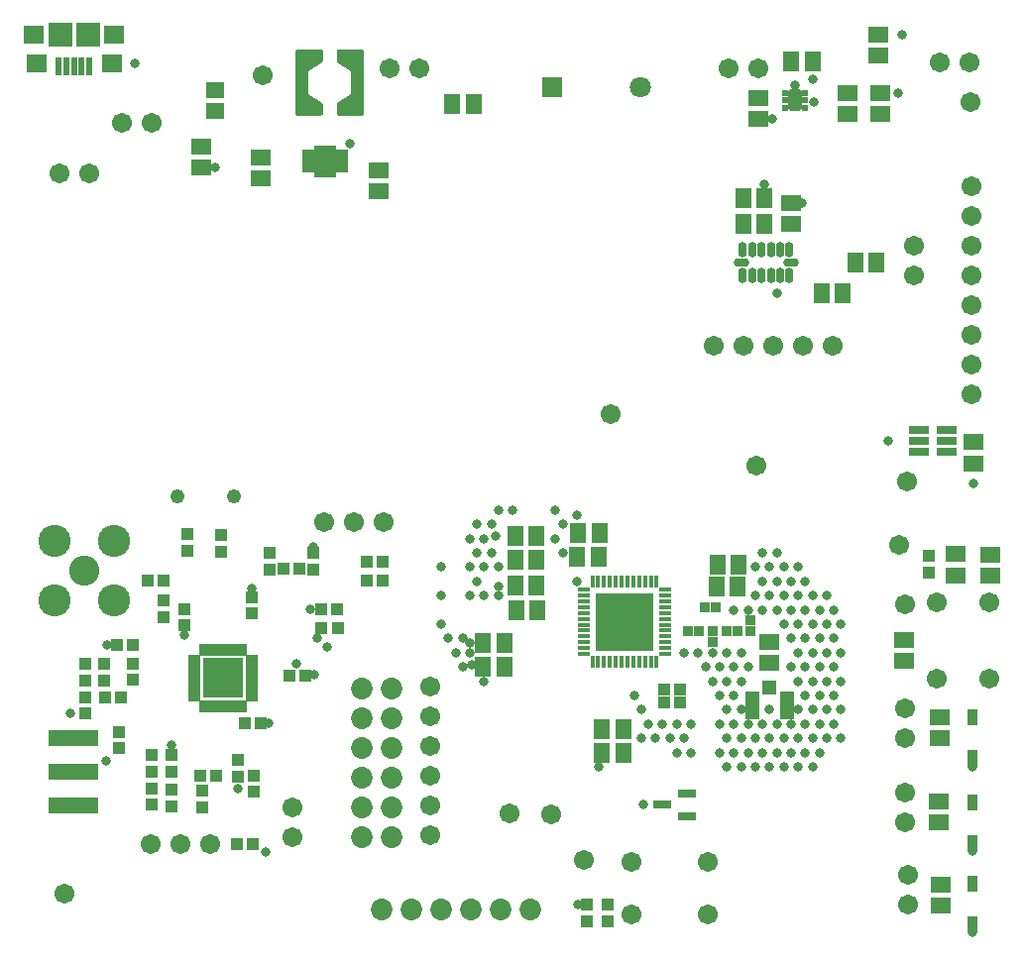
<source format=gts>
G04 Layer_Color=8388736*
%FSLAX25Y25*%
%MOIN*%
G70*
G01*
G75*
%ADD59R,0.04343X0.03950*%
%ADD60R,0.06509X0.05328*%
G04:AMPARAMS|DCode=61|XSize=70.99mil|YSize=47.37mil|CornerRadius=5.97mil|HoleSize=0mil|Usage=FLASHONLY|Rotation=90.000|XOffset=0mil|YOffset=0mil|HoleType=Round|Shape=RoundedRectangle|*
%AMROUNDEDRECTD61*
21,1,0.07099,0.03543,0,0,90.0*
21,1,0.05905,0.04737,0,0,90.0*
1,1,0.01194,0.01772,0.02953*
1,1,0.01194,0.01772,-0.02953*
1,1,0.01194,-0.01772,-0.02953*
1,1,0.01194,-0.01772,0.02953*
%
%ADD61ROUNDEDRECTD61*%
%ADD62R,0.02178X0.01981*%
%ADD63R,0.03556X0.05721*%
%ADD64R,0.04737X0.04934*%
%ADD65R,0.04934X0.09461*%
%ADD66R,0.03320X0.03280*%
%ADD67R,0.03280X0.03320*%
%ADD68R,0.06599X0.03162*%
%ADD69R,0.05328X0.06509*%
%ADD70O,0.05308X0.02965*%
%ADD71O,0.02965X0.05308*%
%ADD72R,0.03950X0.04343*%
%ADD73R,0.06312X0.05524*%
%ADD74R,0.16548X0.05524*%
%ADD75R,0.04186X0.01981*%
%ADD76R,0.01981X0.04186*%
%ADD77R,0.13202X0.13202*%
%ADD78R,0.02375X0.06115*%
%ADD79R,0.07099X0.06312*%
%ADD80R,0.06509X0.05918*%
%ADD81R,0.08280X0.08280*%
%ADD82C,0.02768*%
%ADD83R,0.07700X0.10600*%
%ADD84R,0.03900X0.02000*%
%ADD85R,0.06000X0.03000*%
%ADD86R,0.01824X0.04186*%
%ADD87R,0.04186X0.01824*%
%ADD88R,0.19304X0.19304*%
%ADD89C,0.04855*%
%ADD90C,0.06706*%
%ADD91C,0.07296*%
%ADD92C,0.07099*%
%ADD93R,0.07099X0.07099*%
%ADD94C,0.10131*%
%ADD95C,0.10839*%
%ADD96C,0.03200*%
G36*
X123033Y306028D02*
X123084Y306017D01*
X123134Y306000D01*
X123181Y305977D01*
X123224Y305948D01*
X123264Y305913D01*
X123298Y305874D01*
X123328Y305831D01*
X123351Y305784D01*
X123368Y305734D01*
X123378Y305682D01*
X123381Y305630D01*
X123381Y284370D01*
D01*
D01*
Y284370D01*
X123378Y284318D01*
X123368Y284267D01*
X123351Y284217D01*
X123339Y284194D01*
X123328Y284170D01*
X123299Y284126D01*
X123264Y284087D01*
X123264D01*
Y284087D01*
X123224Y284052D01*
X123181Y284023D01*
X123157Y284012D01*
X123134Y284000D01*
X123084Y283983D01*
X123033Y283973D01*
X122980Y283969D01*
X114713Y283969D01*
D01*
X114713D01*
X114660Y283973D01*
X114609Y283983D01*
X114559Y284000D01*
X114536Y284011D01*
X114512Y284023D01*
X114469Y284052D01*
X114429Y284087D01*
Y284087D01*
X114429D01*
X114394Y284126D01*
X114365Y284170D01*
X114354Y284194D01*
X114342Y284217D01*
X114325Y284266D01*
X114315Y284318D01*
X114312Y284370D01*
Y284370D01*
D01*
Y287913D01*
X114313Y287927D01*
X114313Y287940D01*
X114314Y287953D01*
X114315Y287966D01*
X114318Y287979D01*
X114320Y287992D01*
X114323Y288004D01*
X114325Y288017D01*
X114330Y288030D01*
X114333Y288043D01*
X114338Y288055D01*
X114342Y288067D01*
X114348Y288079D01*
X114353Y288091D01*
X114360Y288102D01*
X114365Y288114D01*
X114373Y288125D01*
X114380Y288137D01*
X114387Y288147D01*
X114394Y288158D01*
X114403Y288168D01*
X114411Y288178D01*
X114421Y288187D01*
X114429Y288197D01*
X114439Y288206D01*
X114449Y288215D01*
X114459Y288223D01*
X114469Y288231D01*
X114479Y288239D01*
X114490Y288247D01*
X119036Y291278D01*
Y298723D01*
X114490Y301753D01*
X114479Y301761D01*
X114469Y301769D01*
X114459Y301777D01*
X114449Y301785D01*
X114439Y301795D01*
X114429Y301803D01*
X114421Y301813D01*
X114411Y301822D01*
X114403Y301833D01*
X114394Y301843D01*
X114387Y301853D01*
X114380Y301864D01*
X114373Y301875D01*
X114365Y301886D01*
X114360Y301898D01*
X114353Y301909D01*
X114348Y301921D01*
X114342Y301933D01*
X114338Y301946D01*
X114333Y301957D01*
X114330Y301970D01*
X114325Y301983D01*
X114323Y301996D01*
X114320Y302008D01*
X114318Y302021D01*
X114315Y302034D01*
X114314Y302047D01*
X114313Y302060D01*
X114313Y302073D01*
X114312Y302087D01*
Y305630D01*
X114315Y305682D01*
X114325Y305734D01*
X114342Y305783D01*
X114365Y305830D01*
X114394Y305874D01*
X114429Y305913D01*
X114469Y305948D01*
X114512Y305977D01*
X114559Y306000D01*
X114609Y306017D01*
X114660Y306027D01*
X114713Y306031D01*
X122980Y306031D01*
X123033Y306028D01*
D02*
G37*
G36*
X109253Y306027D02*
X109304Y306017D01*
X109354Y306000D01*
X109377Y305989D01*
X109401Y305977D01*
X109445Y305948D01*
X109484Y305913D01*
Y305913D01*
X109484D01*
X109519Y305874D01*
X109548Y305830D01*
X109560Y305807D01*
X109571Y305783D01*
X109588Y305734D01*
X109598Y305682D01*
X109602Y305630D01*
Y305630D01*
D01*
Y302087D01*
X109601Y302073D01*
X109601Y302060D01*
X109599Y302047D01*
X109598Y302034D01*
X109596Y302021D01*
X109594Y302008D01*
X109590Y301996D01*
X109588Y301983D01*
X109584Y301970D01*
X109580Y301957D01*
X109575Y301946D01*
X109571Y301933D01*
X109565Y301921D01*
X109560Y301909D01*
X109554Y301898D01*
X109548Y301886D01*
X109540Y301875D01*
X109534Y301864D01*
X109526Y301853D01*
X109519Y301843D01*
X109510Y301833D01*
X109502Y301822D01*
X109493Y301813D01*
X109484Y301803D01*
X109474Y301795D01*
X109465Y301785D01*
X109454Y301777D01*
X109445Y301769D01*
X109434Y301761D01*
X109423Y301753D01*
X104877Y298723D01*
Y291278D01*
X109423Y288247D01*
X109434Y288239D01*
X109445Y288231D01*
X109454Y288223D01*
X109465Y288215D01*
X109474Y288206D01*
X109484Y288197D01*
X109493Y288187D01*
X109502Y288178D01*
X109510Y288168D01*
X109519Y288158D01*
X109526Y288147D01*
X109534Y288137D01*
X109540Y288125D01*
X109548Y288114D01*
X109554Y288102D01*
X109560Y288091D01*
X109565Y288079D01*
X109571Y288067D01*
X109575Y288055D01*
X109580Y288043D01*
X109584Y288030D01*
X109588Y288017D01*
X109590Y288004D01*
X109594Y287992D01*
X109596Y287979D01*
X109598Y287966D01*
X109599Y287953D01*
X109601Y287940D01*
X109601Y287927D01*
X109602Y287913D01*
Y284370D01*
X109598Y284318D01*
X109588Y284266D01*
X109571Y284217D01*
X109548Y284170D01*
X109519Y284126D01*
X109484Y284087D01*
X109445Y284052D01*
X109401Y284023D01*
X109354Y284000D01*
X109304Y283983D01*
X109253Y283973D01*
X109201Y283969D01*
X100933Y283969D01*
X100881Y283973D01*
X100829Y283983D01*
X100779Y284000D01*
X100733Y284023D01*
X100689Y284052D01*
X100649Y284087D01*
X100615Y284126D01*
X100586Y284170D01*
X100563Y284217D01*
X100546Y284266D01*
X100536Y284318D01*
X100532Y284370D01*
X100532Y305630D01*
D01*
D01*
Y305630D01*
X100535Y305682D01*
X100546Y305733D01*
X100563Y305783D01*
X100574Y305806D01*
X100586Y305830D01*
X100615Y305874D01*
X100649Y305913D01*
X100649D01*
Y305913D01*
X100689Y305948D01*
X100732Y305977D01*
X100756Y305989D01*
X100779Y306000D01*
X100829Y306017D01*
X100881Y306027D01*
X100933Y306031D01*
X109201Y306031D01*
D01*
X109201D01*
X109253Y306027D01*
D02*
G37*
D59*
X313500Y135657D02*
D03*
Y130145D02*
D03*
X205500Y12888D02*
D03*
Y18400D02*
D03*
X198300Y18400D02*
D03*
Y12888D02*
D03*
X69056Y51144D02*
D03*
Y56656D02*
D03*
X63100Y117900D02*
D03*
Y112388D02*
D03*
X91900Y131144D02*
D03*
Y136656D02*
D03*
X106300Y136656D02*
D03*
Y131144D02*
D03*
X75500Y137244D02*
D03*
Y142756D02*
D03*
X64000Y137488D02*
D03*
Y143000D02*
D03*
X85856Y116388D02*
D03*
Y121900D02*
D03*
X45856Y99500D02*
D03*
Y93988D02*
D03*
X29856Y93900D02*
D03*
Y99412D02*
D03*
Y82788D02*
D03*
Y88300D02*
D03*
X56256Y115188D02*
D03*
Y120700D02*
D03*
X52256Y51988D02*
D03*
Y57500D02*
D03*
X58656Y51588D02*
D03*
Y57100D02*
D03*
X52256Y68700D02*
D03*
Y63188D02*
D03*
X58656Y68700D02*
D03*
Y63188D02*
D03*
X81056Y61544D02*
D03*
Y67056D02*
D03*
X229856Y86635D02*
D03*
X224344D02*
D03*
X229856Y90965D02*
D03*
X224344D02*
D03*
X36256Y93812D02*
D03*
Y99324D02*
D03*
X86300Y61900D02*
D03*
Y56388D02*
D03*
X41056Y71100D02*
D03*
Y76612D02*
D03*
D60*
X322300Y129257D02*
D03*
Y136343D02*
D03*
X296409Y311261D02*
D03*
Y304174D02*
D03*
X256109Y282731D02*
D03*
Y289818D02*
D03*
X305000Y107500D02*
D03*
Y100413D02*
D03*
X317200Y81443D02*
D03*
Y74357D02*
D03*
X316800Y53143D02*
D03*
Y46057D02*
D03*
X317500Y25243D02*
D03*
Y18157D02*
D03*
X259900Y99657D02*
D03*
Y106743D02*
D03*
X328500Y174043D02*
D03*
Y166957D02*
D03*
X266950Y254400D02*
D03*
Y247313D02*
D03*
X88757Y262657D02*
D03*
Y269743D02*
D03*
X68757Y266313D02*
D03*
Y273400D02*
D03*
X334000Y136300D02*
D03*
Y129213D02*
D03*
X128309Y258474D02*
D03*
Y265561D02*
D03*
X297184Y291421D02*
D03*
Y284335D02*
D03*
X286084Y284478D02*
D03*
Y291565D02*
D03*
D61*
X268409Y288974D02*
D03*
D62*
X271657Y286415D02*
D03*
Y288974D02*
D03*
Y291533D02*
D03*
X265161D02*
D03*
Y288974D02*
D03*
Y286415D02*
D03*
D63*
X328000Y81391D02*
D03*
Y67809D02*
D03*
X328057Y52791D02*
D03*
Y39209D02*
D03*
X328200Y25391D02*
D03*
Y11809D02*
D03*
D64*
X259900Y91505D02*
D03*
D65*
X265707Y85600D02*
D03*
X254093D02*
D03*
D66*
X253300Y114031D02*
D03*
Y110369D02*
D03*
X240700Y106739D02*
D03*
Y110400D02*
D03*
D67*
X232469Y110400D02*
D03*
X236131D02*
D03*
X245269Y110400D02*
D03*
X248931D02*
D03*
X241731Y118400D02*
D03*
X238069D02*
D03*
D68*
X319399Y178240D02*
D03*
Y174500D02*
D03*
Y170760D02*
D03*
X310100D02*
D03*
Y174500D02*
D03*
Y178240D02*
D03*
D69*
X288690Y234516D02*
D03*
X295777D02*
D03*
X277490Y224116D02*
D03*
X284577D02*
D03*
X174757Y117600D02*
D03*
X181843D02*
D03*
X163557Y106400D02*
D03*
X170643D02*
D03*
X163557Y98400D02*
D03*
X170643D02*
D03*
X174413Y125943D02*
D03*
X181500D02*
D03*
X202643Y143543D02*
D03*
X195557D02*
D03*
X202300Y135543D02*
D03*
X195213D02*
D03*
X203557Y77600D02*
D03*
X210643D02*
D03*
X203557Y69600D02*
D03*
X210643D02*
D03*
X258149Y256113D02*
D03*
X251063D02*
D03*
X251063Y247313D02*
D03*
X258150D02*
D03*
X274309Y301974D02*
D03*
X267223D02*
D03*
X174413Y142400D02*
D03*
X181500D02*
D03*
X174413Y134400D02*
D03*
X181500D02*
D03*
X249387Y132800D02*
D03*
X242300D02*
D03*
X249043Y125600D02*
D03*
X241957D02*
D03*
X153213Y287800D02*
D03*
X160300D02*
D03*
D70*
X250434Y234513D02*
D03*
X266950D02*
D03*
D71*
X250818Y230193D02*
D03*
X253967D02*
D03*
X257117D02*
D03*
X260266D02*
D03*
X263416D02*
D03*
X266566D02*
D03*
Y238834D02*
D03*
X263416D02*
D03*
X260266D02*
D03*
X257117D02*
D03*
X253967D02*
D03*
X250818D02*
D03*
D72*
X56256Y127412D02*
D03*
X50744D02*
D03*
X36344Y88300D02*
D03*
X41856D02*
D03*
X103825Y95500D02*
D03*
X98313D02*
D03*
X109144Y111500D02*
D03*
X114656D02*
D03*
X109056Y117900D02*
D03*
X114568D02*
D03*
X86212Y38700D02*
D03*
X80700D02*
D03*
X124344Y127500D02*
D03*
X129856D02*
D03*
X124344Y133900D02*
D03*
X129856D02*
D03*
X96344Y131500D02*
D03*
X101856D02*
D03*
X45856Y105900D02*
D03*
X40344D02*
D03*
X68344Y61900D02*
D03*
X73856D02*
D03*
X88856Y79400D02*
D03*
X83344D02*
D03*
D73*
X73576Y292629D02*
D03*
Y285542D02*
D03*
D74*
X25856Y51880D02*
D03*
Y63100D02*
D03*
Y74320D02*
D03*
D75*
X66548Y101603D02*
D03*
Y99635D02*
D03*
Y97666D02*
D03*
Y95698D02*
D03*
Y93729D02*
D03*
Y91761D02*
D03*
Y89792D02*
D03*
Y87824D02*
D03*
X85721D02*
D03*
Y89792D02*
D03*
Y91761D02*
D03*
Y93729D02*
D03*
Y95698D02*
D03*
Y97666D02*
D03*
Y99635D02*
D03*
Y101603D02*
D03*
D76*
X83025Y104300D02*
D03*
X81056D02*
D03*
X79088D02*
D03*
X77119D02*
D03*
X75151D02*
D03*
X73182D02*
D03*
X71214D02*
D03*
X69245D02*
D03*
Y85127D02*
D03*
X71214D02*
D03*
X73182D02*
D03*
X75151D02*
D03*
X77119D02*
D03*
X79088D02*
D03*
X81056D02*
D03*
X83025D02*
D03*
D77*
X76135Y94713D02*
D03*
D78*
X31154Y300601D02*
D03*
X28595D02*
D03*
X26036D02*
D03*
X23477D02*
D03*
X20918D02*
D03*
D79*
X38635Y301487D02*
D03*
X13438D02*
D03*
D80*
X39521Y311132D02*
D03*
X12552D02*
D03*
D81*
X30761D02*
D03*
X21312D02*
D03*
D82*
X102508Y295000D02*
D03*
X121405Y295394D02*
D03*
D83*
X110357Y268600D02*
D03*
D84*
X116107Y271553D02*
D03*
Y269584D02*
D03*
Y267616D02*
D03*
Y265647D02*
D03*
X104607D02*
D03*
Y267616D02*
D03*
Y269584D02*
D03*
Y271553D02*
D03*
D85*
X232200Y48300D02*
D03*
Y55700D02*
D03*
X223600Y52000D02*
D03*
D86*
X200273Y100076D02*
D03*
X202242D02*
D03*
X204210D02*
D03*
X206179D02*
D03*
X208147D02*
D03*
X210116D02*
D03*
X212084D02*
D03*
X214053D02*
D03*
X216021D02*
D03*
X217990D02*
D03*
X219958D02*
D03*
X221927D02*
D03*
Y127124D02*
D03*
X219958D02*
D03*
X217990D02*
D03*
X216021D02*
D03*
X214053D02*
D03*
X212084D02*
D03*
X210116D02*
D03*
X208147D02*
D03*
X206179D02*
D03*
X204210D02*
D03*
X202242D02*
D03*
X200273D02*
D03*
D87*
X224624Y102773D02*
D03*
Y104742D02*
D03*
Y106710D02*
D03*
Y108679D02*
D03*
Y110647D02*
D03*
Y112616D02*
D03*
Y114584D02*
D03*
Y116553D02*
D03*
Y118521D02*
D03*
Y120490D02*
D03*
Y122458D02*
D03*
Y124427D02*
D03*
X197576D02*
D03*
Y122458D02*
D03*
Y120490D02*
D03*
Y118521D02*
D03*
Y116553D02*
D03*
Y114584D02*
D03*
Y112616D02*
D03*
Y110647D02*
D03*
Y108679D02*
D03*
Y106710D02*
D03*
Y104742D02*
D03*
Y102773D02*
D03*
D88*
X211100Y113600D02*
D03*
D89*
X79906Y155700D02*
D03*
X60694D02*
D03*
D90*
X333900Y94500D02*
D03*
Y120090D02*
D03*
X316183Y94500D02*
D03*
Y120090D02*
D03*
X327564Y288431D02*
D03*
X241000Y206500D02*
D03*
X172400Y49000D02*
D03*
X305500Y74457D02*
D03*
Y84457D02*
D03*
X306300Y18457D02*
D03*
Y28457D02*
D03*
X305500Y46057D02*
D03*
Y56057D02*
D03*
X186500Y48800D02*
D03*
X327700Y220100D02*
D03*
Y230100D02*
D03*
Y250100D02*
D03*
Y260100D02*
D03*
Y240100D02*
D03*
Y210100D02*
D03*
Y200100D02*
D03*
Y190100D02*
D03*
X22700Y22100D02*
D03*
X305300Y119500D02*
D03*
X308400Y230100D02*
D03*
X306159Y160900D02*
D03*
X308400Y240100D02*
D03*
X145900Y81700D02*
D03*
Y61700D02*
D03*
Y41700D02*
D03*
Y51700D02*
D03*
Y71700D02*
D03*
Y91700D02*
D03*
X120256Y147100D02*
D03*
X130256D02*
D03*
X110256D02*
D03*
X21157Y264600D02*
D03*
X31157D02*
D03*
X281000Y206500D02*
D03*
X271000D02*
D03*
X89324Y297353D02*
D03*
X206300Y183600D02*
D03*
X261000Y206500D02*
D03*
X251000D02*
D03*
X213500Y15200D02*
D03*
X239091D02*
D03*
X213500Y32916D02*
D03*
X239091D02*
D03*
X42079Y281605D02*
D03*
X52079D02*
D03*
X327209Y301774D02*
D03*
X317209D02*
D03*
X141957Y299800D02*
D03*
X131957D02*
D03*
X255957D02*
D03*
X245957D02*
D03*
X61856Y38700D02*
D03*
X71856D02*
D03*
X51856D02*
D03*
X255300Y166000D02*
D03*
X303500Y139400D02*
D03*
X99456Y41100D02*
D03*
Y51100D02*
D03*
X197500Y33600D02*
D03*
D91*
X122656Y41100D02*
D03*
Y51100D02*
D03*
Y61100D02*
D03*
Y91100D02*
D03*
Y81100D02*
D03*
Y71100D02*
D03*
X149300Y16872D02*
D03*
X139300D02*
D03*
X129300D02*
D03*
X159300D02*
D03*
X169300D02*
D03*
X179300D02*
D03*
X132656Y91100D02*
D03*
Y81100D02*
D03*
Y71100D02*
D03*
Y41100D02*
D03*
Y51100D02*
D03*
Y61100D02*
D03*
D92*
X216417Y293551D02*
D03*
D93*
X186889D02*
D03*
D94*
X29456Y130700D02*
D03*
D95*
X39456Y120700D02*
D03*
X19456D02*
D03*
X39456Y140700D02*
D03*
X19456D02*
D03*
D96*
X268409Y293974D02*
D03*
X274909Y288574D02*
D03*
X274309Y296274D02*
D03*
X328200Y9100D02*
D03*
X328057Y36343D02*
D03*
X328000Y64800D02*
D03*
X91400Y79400D02*
D03*
X72400Y90979D02*
D03*
X100700Y99500D02*
D03*
X328500Y160100D02*
D03*
X299700Y174500D02*
D03*
X46522Y301487D02*
D03*
X302957Y291421D02*
D03*
X304296Y311261D02*
D03*
X260664Y282731D02*
D03*
X118709Y274474D02*
D03*
X73311Y266313D02*
D03*
X24700Y82700D02*
D03*
X63100Y109100D02*
D03*
X90300Y36300D02*
D03*
X262483Y224117D02*
D03*
X217500Y52000D02*
D03*
X195100Y149600D02*
D03*
X167900Y142400D02*
D03*
X168700Y125600D02*
D03*
X159700Y99000D02*
D03*
X159200Y106400D02*
D03*
X270900Y254400D02*
D03*
X258000Y260900D02*
D03*
X37200Y105800D02*
D03*
X36656Y66700D02*
D03*
X58700Y72100D02*
D03*
X81056Y57544D02*
D03*
X85856Y124800D02*
D03*
X106400Y138900D02*
D03*
X105300Y117900D02*
D03*
X111100Y105100D02*
D03*
X107900Y108200D02*
D03*
X106800Y95700D02*
D03*
X195300Y18400D02*
D03*
X204604Y107104D02*
D03*
Y111435D02*
D03*
Y115765D02*
D03*
Y120096D02*
D03*
X208935Y107104D02*
D03*
Y111435D02*
D03*
Y115765D02*
D03*
Y120096D02*
D03*
X213265Y107104D02*
D03*
Y111435D02*
D03*
Y115765D02*
D03*
Y120096D02*
D03*
X217596Y107104D02*
D03*
Y111435D02*
D03*
Y115765D02*
D03*
Y120096D02*
D03*
X151900Y108000D02*
D03*
X149500Y112800D02*
D03*
Y122400D02*
D03*
Y132000D02*
D03*
X156700Y98400D02*
D03*
X154300Y103200D02*
D03*
X156700Y108000D02*
D03*
X159100Y103200D02*
D03*
Y122400D02*
D03*
X161500Y127200D02*
D03*
X159100Y132000D02*
D03*
X161500Y136800D02*
D03*
X159100Y141600D02*
D03*
X161500Y146400D02*
D03*
X163900Y93600D02*
D03*
Y122400D02*
D03*
Y132000D02*
D03*
X166300Y136800D02*
D03*
X163900Y141600D02*
D03*
X166300Y146400D02*
D03*
X168700Y122400D02*
D03*
Y132000D02*
D03*
Y151200D02*
D03*
X173500D02*
D03*
X190300Y136800D02*
D03*
X187900Y141600D02*
D03*
X190300Y146400D02*
D03*
X187900Y151200D02*
D03*
X195100Y127200D02*
D03*
X202300Y64800D02*
D03*
X214300Y88800D02*
D03*
X216700Y74400D02*
D03*
X219100Y79200D02*
D03*
X216700Y84000D02*
D03*
X221500Y74400D02*
D03*
X223900Y79200D02*
D03*
X228700Y69600D02*
D03*
X226300Y74400D02*
D03*
X228700Y79200D02*
D03*
X233500Y69600D02*
D03*
X231100Y74400D02*
D03*
X233500Y79200D02*
D03*
X231100Y103200D02*
D03*
X238300Y98400D02*
D03*
X235900Y103200D02*
D03*
X243100Y69600D02*
D03*
Y79200D02*
D03*
Y88800D02*
D03*
X240700Y93600D02*
D03*
X243100Y98400D02*
D03*
X240700Y103200D02*
D03*
X245500Y64800D02*
D03*
X247900Y69600D02*
D03*
X245500Y74400D02*
D03*
X247900Y79200D02*
D03*
X245500Y84000D02*
D03*
X247900Y88800D02*
D03*
X245500Y93600D02*
D03*
X247900Y98400D02*
D03*
X245500Y103200D02*
D03*
X247900Y117600D02*
D03*
X250300Y64800D02*
D03*
X252700Y69600D02*
D03*
X250300Y74400D02*
D03*
X252700Y79200D02*
D03*
X250300Y84000D02*
D03*
Y93600D02*
D03*
X252700Y98400D02*
D03*
X250300Y103200D02*
D03*
X252700Y117600D02*
D03*
X255100Y64800D02*
D03*
X257500Y69600D02*
D03*
X255100Y74400D02*
D03*
X257500Y79200D02*
D03*
Y117600D02*
D03*
X255100Y122400D02*
D03*
X257500Y127200D02*
D03*
X255100Y132000D02*
D03*
X257500Y136800D02*
D03*
X259900Y64800D02*
D03*
X262300Y69600D02*
D03*
X259900Y74400D02*
D03*
X262300Y79200D02*
D03*
X259900Y84000D02*
D03*
X262300Y117600D02*
D03*
X259900Y122400D02*
D03*
X262300Y127200D02*
D03*
X259900Y132000D02*
D03*
X262300Y136800D02*
D03*
X264700Y64800D02*
D03*
X267100Y69600D02*
D03*
X264700Y74400D02*
D03*
X267100Y79200D02*
D03*
Y98400D02*
D03*
Y108000D02*
D03*
X264700Y112800D02*
D03*
X267100Y117600D02*
D03*
X264700Y122400D02*
D03*
X267100Y127200D02*
D03*
X264700Y132000D02*
D03*
X269500Y64800D02*
D03*
X271900Y69600D02*
D03*
X269500Y74400D02*
D03*
X271900Y79200D02*
D03*
X269500Y84000D02*
D03*
X271900Y88800D02*
D03*
X269500Y93600D02*
D03*
X271900Y98400D02*
D03*
X269500Y103200D02*
D03*
X271900Y108000D02*
D03*
X269500Y112800D02*
D03*
X271900Y117600D02*
D03*
X269500Y122400D02*
D03*
X271900Y127200D02*
D03*
X269500Y132000D02*
D03*
X274300Y64800D02*
D03*
X276700Y69600D02*
D03*
X274300Y74400D02*
D03*
X276700Y79200D02*
D03*
X274300Y84000D02*
D03*
X276700Y88800D02*
D03*
X274300Y93600D02*
D03*
X276700Y98400D02*
D03*
X274300Y103200D02*
D03*
X276700Y108000D02*
D03*
X274300Y112800D02*
D03*
X276700Y117600D02*
D03*
X274300Y122400D02*
D03*
X279100Y74400D02*
D03*
X281500Y79200D02*
D03*
X279100Y84000D02*
D03*
X281500Y88800D02*
D03*
X279100Y93600D02*
D03*
X281500Y98400D02*
D03*
X279100Y103200D02*
D03*
X281500Y108000D02*
D03*
X279100Y112800D02*
D03*
X281500Y117600D02*
D03*
X279100Y122400D02*
D03*
X283900Y74400D02*
D03*
Y84000D02*
D03*
Y93600D02*
D03*
Y103200D02*
D03*
Y112800D02*
D03*
M02*

</source>
